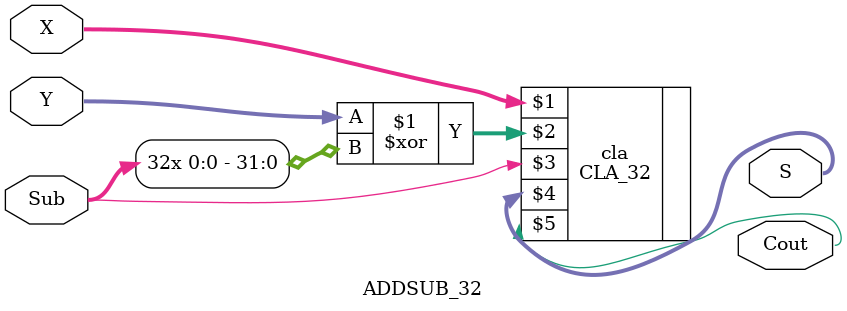
<source format=v>
`timescale 1ns / 1ps

module ADDSUB_32 (X, Y, Sub, S, Cout);

    input [31:0] X, Y;
    input Sub;
    output [31:0] S;
    output Cout;

    CLA_32 cla (X, Y^{32{Sub}}, Sub, S, Cout);

endmodule


</source>
